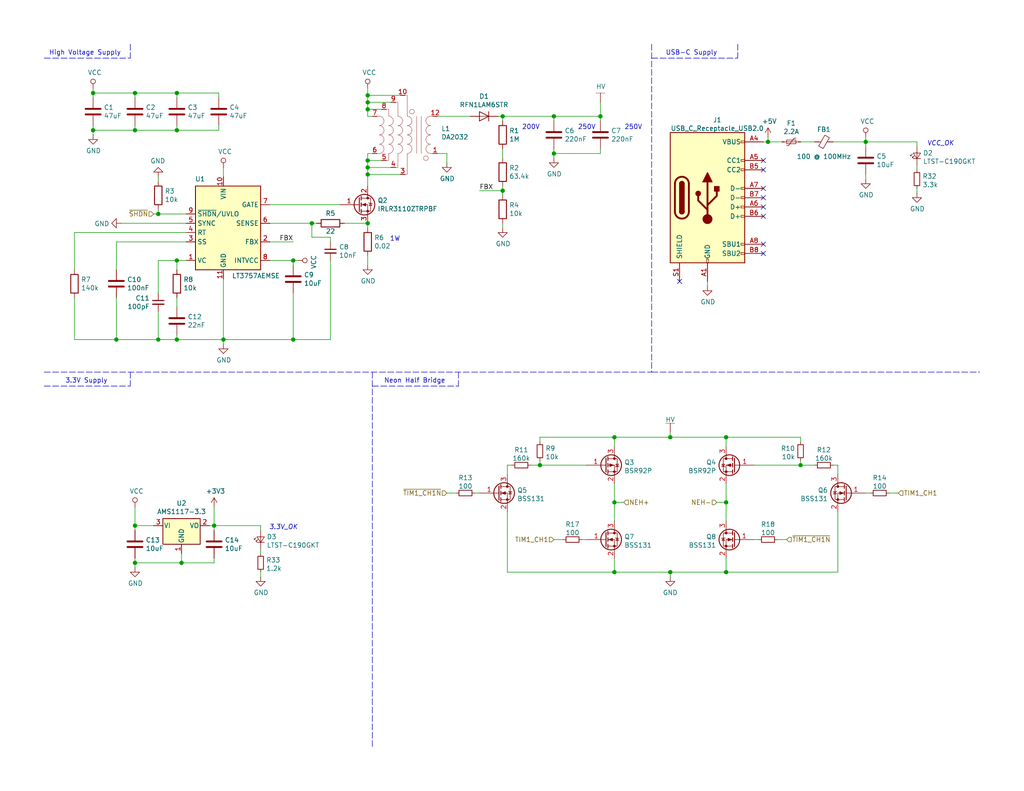
<source format=kicad_sch>
(kicad_sch (version 20210126) (generator eeschema)
  (paper "USLetter")
  (title_block (title "Nixie Clock - Power Supply") (date "2021-03-24") (rev "20210324") (company "Bastian de Byl") (comment 1 "QC: OK") (comment 3 "https://github.com/tonyp7/170v-nixie-power-supply/") (comment 4 "Original HV source from 'tonyp7'"))
  (lib_symbols
    (symbol "Connector:USB_C_Receptacle_USB2.0" (pin_names (offset 1.016))
      (property "Reference" "J" (at -10.16 19.05 0))
      (property "Value" "USB_C_Receptacle_USB2.0" (at 19.05 19.05 0))
      (symbol "USB_C_Receptacle_USB2.0_1_1"
        (pin power_in line (at 0 -22.86 90) (length 5.08) (name "GND") (number "A1"))
        (pin passive line (at 0 -22.86 90) (length 5.08) hide (name "GND") (number "A12"))
        (pin power_in line (at 15.24 15.24 180) (length 5.08) (name "VBUS") (number "A4"))
        (pin bidirectional line (at 15.24 10.16 180) (length 5.08) (name "CC1") (number "A5"))
        (pin bidirectional line (at 15.24 -2.54 180) (length 5.08) (name "D+") (number "A6"))
        (pin bidirectional line (at 15.24 2.54 180) (length 5.08) (name "D-") (number "A7"))
        (pin bidirectional line (at 15.24 -12.7 180) (length 5.08) (name "SBU1") (number "A8"))
        (pin passive line (at 15.24 15.24 180) (length 5.08) hide (name "VBUS") (number "A9"))
        (pin passive line (at 0 -22.86 90) (length 5.08) hide (name "GND") (number "B1"))
        (pin passive line (at 0 -22.86 90) (length 5.08) hide (name "GND") (number "B12"))
        (pin passive line (at 15.24 15.24 180) (length 5.08) hide (name "VBUS") (number "B4"))
        (pin bidirectional line (at 15.24 7.62 180) (length 5.08) (name "CC2") (number "B5"))
        (pin bidirectional line (at 15.24 -5.08 180) (length 5.08) (name "D+") (number "B6"))
        (pin bidirectional line (at 15.24 0 180) (length 5.08) (name "D-") (number "B7"))
        (pin bidirectional line (at 15.24 -15.24 180) (length 5.08) (name "SBU2") (number "B8"))
        (pin passive line (at 15.24 15.24 180) (length 5.08) hide (name "VBUS") (number "B9"))
        (pin passive line (at -7.62 -22.86 90) (length 5.08) (name "SHIELD") (number "S1"))
      )
    )
    (symbol "Device:C" (pin_numbers hide) (pin_names (offset 0.254))
      (property "Reference" "C" (at 0.635 2.54 0))
      (property "Value" "C" (at 0.635 -2.54 0))
      (symbol "C_1_1"
        (pin passive line (at 0 3.81 270) (length 2.794) (name "~") (number "1"))
        (pin passive line (at 0 -3.81 90) (length 2.794) (name "~") (number "2"))
      )
    )
    (symbol "Device:C_Small" (pin_numbers hide) (pin_names (offset 0.254) hide)
      (property "Reference" "C" (at 0.254 1.778 0))
      (property "Value" "C_Small" (at 0.254 -2.032 0))
      (symbol "C_Small_1_1"
        (pin passive line (at 0 2.54 270) (length 2.032) (name "~") (number "1"))
        (pin passive line (at 0 -2.54 90) (length 2.032) (name "~") (number "2"))
      )
    )
    (symbol "Device:D" (pin_numbers hide) (pin_names (offset 1.016) hide)
      (property "Reference" "D" (at 0 2.54 0))
      (property "Value" "D" (at 0 -2.54 0))
      (symbol "D_1_1"
        (pin passive line (at -3.81 0 0) (length 2.54) (name "K") (number "1"))
        (pin passive line (at 3.81 0 180) (length 2.54) (name "A") (number "2"))
      )
    )
    (symbol "Device:Ferrite_Bead_Small" (pin_numbers hide) (pin_names (offset 0))
      (property "Reference" "FB" (at 1.905 1.27 0))
      (property "Value" "Ferrite_Bead_Small" (at 1.905 -1.27 0))
      (symbol "Ferrite_Bead_Small_1_1"
        (pin passive line (at 0 2.54 270) (length 1.27) (name "~") (number "1"))
        (pin passive line (at 0 -2.54 90) (length 1.27) (name "~") (number "2"))
      )
    )
    (symbol "Device:LED_Small" (pin_numbers hide) (pin_names (offset 0.254) hide)
      (property "Reference" "D" (at -1.27 3.175 0))
      (property "Value" "LED_Small" (at -4.445 -2.54 0))
      (symbol "LED_Small_1_1"
        (pin passive line (at -2.54 0 0) (length 1.778) (name "K") (number "1"))
        (pin passive line (at 2.54 0 180) (length 1.778) (name "A") (number "2"))
      )
    )
    (symbol "Device:Polyfuse_Small" (pin_numbers hide) (pin_names (offset 0))
      (property "Reference" "F" (at -1.905 0 90))
      (property "Value" "Polyfuse_Small" (at 1.905 0 90))
      (symbol "Polyfuse_Small_1_1"
        (pin passive line (at 0 2.54 270) (length 0.635) (name "~") (number "1"))
        (pin passive line (at 0 -2.54 90) (length 0.635) (name "~") (number "2"))
      )
    )
    (symbol "Device:Q_NMOS_GDS" (pin_names (offset 0) hide)
      (property "Reference" "Q" (at 5.08 1.27 0))
      (property "Value" "Q_NMOS_GDS" (at 5.08 -1.27 0))
      (symbol "Q_NMOS_GDS_1_1"
        (pin input line (at -5.08 0 0) (length 5.08) (name "G") (number "1"))
        (pin passive line (at 2.54 5.08 270) (length 2.54) (name "D") (number "2"))
        (pin passive line (at 2.54 -5.08 90) (length 2.54) (name "S") (number "3"))
      )
    )
    (symbol "Device:Q_PMOS_GSD" (pin_names (offset 0) hide)
      (property "Reference" "Q" (at 5.08 1.27 0))
      (property "Value" "Q_PMOS_GSD" (at 5.08 -1.27 0))
      (symbol "Q_PMOS_GSD_1_1"
        (pin input line (at -5.08 0 0) (length 5.08) (name "G") (number "1"))
        (pin passive line (at 2.54 -5.08 90) (length 2.54) (name "S") (number "2"))
        (pin passive line (at 2.54 5.08 270) (length 2.54) (name "D") (number "3"))
      )
    )
    (symbol "Device:R" (pin_numbers hide) (pin_names (offset 0))
      (property "Reference" "R" (at 2.032 0 90))
      (property "Value" "R" (at 0 0 90))
      (symbol "R_1_1"
        (pin passive line (at 0 3.81 270) (length 1.27) (name "~") (number "1"))
        (pin passive line (at 0 -3.81 90) (length 1.27) (name "~") (number "2"))
      )
    )
    (symbol "Device:R_Small" (pin_numbers hide) (pin_names (offset 0.254) hide)
      (property "Reference" "R" (at 0.762 0.508 0))
      (property "Value" "R_Small" (at 0.762 -1.016 0))
      (symbol "R_Small_1_1"
        (pin passive line (at 0 2.54 270) (length 0.762) (name "~") (number "1"))
        (pin passive line (at 0 -2.54 90) (length 0.762) (name "~") (number "2"))
      )
    )
    (symbol "Personal:DA2032" (pin_names (offset 1.016))
      (property "Reference" "L" (at 3.81 -8.89 0))
      (property "Value" "DA2032" (at 6.35 8.89 0))
      (symbol "DA2032_1_1"
        (pin input line (at 8.89 -5.08 180) (length 1.27) (name "") (number "1"))
        (pin input line (at -1.27 10.795 0) (length 1.27) (name "") (number "10"))
        (pin input line (at 8.89 5.08 180) (length 1.27) (name "") (number "12"))
        (pin input line (at -1.27 -10.795 0) (length 1.27) (name "") (number "3"))
        (pin input line (at -3.81 -8.89 0) (length 1.27) (name "") (number "4"))
        (pin input line (at -6.35 -6.985 0) (length 1.27) (name "") (number "5"))
        (pin input line (at -8.89 -5.08 0) (length 1.27) (name "") (number "6"))
        (pin input line (at -8.89 5.08 0) (length 1.27) (name "") (number "7"))
        (pin input line (at -6.35 6.985 0) (length 1.27) (name "") (number "8"))
        (pin input line (at -3.81 8.89 0) (length 1.27) (name "") (number "9"))
      )
    )
    (symbol "Personal:HV" (power) (pin_names (offset 0))
      (property "Value" "HV" (at 0 3.556 0))
      (symbol "HV_1_1"
        (pin power_in line (at 0 0 90) (length 0) hide (name "HV") (number "1"))
      )
    )
    (symbol "Regulator_Linear:AMS1117-3.3" (pin_names (offset 0.254))
      (property "Reference" "U" (at -3.81 3.175 0))
      (property "Value" "AMS1117-3.3" (at 0 3.175 0))
      (symbol "AMS1117-3.3_1_1"
        (pin power_in line (at 0 -7.62 90) (length 2.54) (name "GND") (number "1"))
        (pin power_out line (at 7.62 0 180) (length 2.54) (name "VO") (number "2"))
        (pin power_in line (at -7.62 0 0) (length 2.54) (name "VI") (number "3"))
      )
    )
    (symbol "Regulator_Switching:LT3757AEMSE"
      (property "Reference" "U" (at -6.35 11.43 0))
      (property "Value" "LT3757AEMSE" (at 1.27 11.43 0))
      (symbol "LT3757AEMSE_1_1"
        (pin input line (at -10.16 -10.16 0) (length 2.54) (name "VC") (number "1"))
        (pin power_in line (at 0 12.7 270) (length 2.54) (name "VIN") (number "10"))
        (pin power_in line (at 0 -15.24 90) (length 2.54) (name "GND") (number "11"))
        (pin input line (at 12.7 -5.08 180) (length 2.54) (name "FBX") (number "2"))
        (pin input line (at -10.16 -5.08 0) (length 2.54) (name "SS") (number "3"))
        (pin input line (at -10.16 -2.54 0) (length 2.54) (name "RT") (number "4"))
        (pin input line (at -10.16 0 0) (length 2.54) (name "SYNC") (number "5"))
        (pin input line (at 12.7 0 180) (length 2.54) (name "SENSE") (number "6"))
        (pin output line (at 12.7 5.08 180) (length 2.54) (name "GATE") (number "7"))
        (pin output line (at 12.7 -10.16 180) (length 2.54) (name "INTVCC") (number "8"))
        (pin input line (at -10.16 2.54 0) (length 2.54) (name "~SHDN~/UVLO") (number "9"))
      )
    )
    (symbol "Transistor_FET:BSS138" (pin_names (offset 0) hide)
      (property "Reference" "Q" (at 5.08 1.905 0))
      (property "Value" "BSS138" (at 5.08 0 0))
      (symbol "BSS138_1_1"
        (pin input line (at -5.08 0 0) (length 5.334) (name "G") (number "1"))
        (pin passive line (at 2.54 -5.08 90) (length 2.54) (name "S") (number "2"))
        (pin passive line (at 2.54 5.08 270) (length 2.54) (name "D") (number "3"))
      )
    )
    (symbol "power:+3.3V" (power) (pin_names (offset 0))
      (property "Value" "+3.3V" (at 0 3.556 0))
      (symbol "+3.3V_1_1"
        (pin power_in line (at 0 0 90) (length 0) hide (name "+3V3") (number "1"))
      )
    )
    (symbol "power:+5V" (power) (pin_names (offset 0))
      (property "Value" "+5V" (at 0 3.556 0))
      (symbol "+5V_1_1"
        (pin power_in line (at 0 0 90) (length 0) hide (name "+5V") (number "1"))
      )
    )
    (symbol "power:GND" (power) (pin_names (offset 0))
      (property "Value" "GND" (at 0 -3.81 0))
      (symbol "GND_1_1"
        (pin power_in line (at 0 0 270) (length 0) hide (name "GND") (number "1"))
      )
    )
    (symbol "power:VCC" (power) (pin_names (offset 0))
      (property "Value" "VCC" (at 0 3.81 0))
      (symbol "VCC_1_1"
        (pin power_in line (at 0 0 90) (length 0) hide (name "VCC") (number "1"))
      )
    )
  )
  (junction (at 25.4 25.4) (diameter 1.016))
  (junction (at 25.4 35.56) (diameter 1.016))
  (junction (at 31.75 92.71) (diameter 1.016))
  (junction (at 36.83 25.4) (diameter 1.016))
  (junction (at 36.83 35.56) (diameter 1.016))
  (junction (at 36.83 143.51) (diameter 1.016))
  (junction (at 36.83 153.67) (diameter 1.016))
  (junction (at 43.18 58.42) (diameter 1.016))
  (junction (at 43.18 92.71) (diameter 1.016))
  (junction (at 48.26 25.4) (diameter 1.016))
  (junction (at 48.26 35.56) (diameter 1.016))
  (junction (at 48.26 71.12) (diameter 1.016))
  (junction (at 48.26 92.71) (diameter 1.016))
  (junction (at 49.53 153.67) (diameter 1.016))
  (junction (at 58.42 143.51) (diameter 1.016))
  (junction (at 60.96 92.71) (diameter 1.016))
  (junction (at 80.01 71.12) (diameter 1.016))
  (junction (at 80.01 92.71) (diameter 1.016))
  (junction (at 85.09 60.96) (diameter 1.016))
  (junction (at 100.33 26.035) (diameter 1.016))
  (junction (at 100.33 27.94) (diameter 1.016))
  (junction (at 100.33 29.845) (diameter 1.016))
  (junction (at 100.33 43.815) (diameter 1.016))
  (junction (at 100.33 45.72) (diameter 1.016))
  (junction (at 100.33 47.625) (diameter 1.016))
  (junction (at 100.33 60.96) (diameter 1.016))
  (junction (at 137.16 31.75) (diameter 1.016))
  (junction (at 137.16 52.07) (diameter 1.016))
  (junction (at 147.32 127) (diameter 1.016))
  (junction (at 151.13 31.75) (diameter 1.016))
  (junction (at 151.13 41.91) (diameter 1.016))
  (junction (at 163.83 31.75) (diameter 1.016))
  (junction (at 167.64 119.38) (diameter 1.016))
  (junction (at 167.64 137.16) (diameter 1.016))
  (junction (at 167.64 156.21) (diameter 1.016))
  (junction (at 182.88 119.38) (diameter 1.016))
  (junction (at 182.88 156.21) (diameter 1.016))
  (junction (at 198.12 119.38) (diameter 1.016))
  (junction (at 198.12 137.16) (diameter 1.016))
  (junction (at 198.12 156.21) (diameter 1.016))
  (junction (at 209.55 38.735) (diameter 1.016))
  (junction (at 218.44 127) (diameter 1.016))
  (junction (at 236.22 38.735) (diameter 1.016))
  (no_connect (at 185.42 76.835))
  (no_connect (at 208.28 43.815))
  (no_connect (at 208.28 46.355))
  (no_connect (at 208.28 51.435))
  (no_connect (at 208.28 53.975))
  (no_connect (at 208.28 56.515))
  (no_connect (at 208.28 59.055))
  (no_connect (at 208.28 66.675))
  (no_connect (at 208.28 69.215))
  (wire (pts (xy 20.32 63.5) (xy 20.32 73.66)))
  (wire (pts (xy 20.32 63.5) (xy 50.8 63.5)))
  (wire (pts (xy 20.32 81.28) (xy 20.32 92.71)))
  (wire (pts (xy 20.32 92.71) (xy 31.75 92.71)))
  (wire (pts (xy 25.4 24.13) (xy 25.4 25.4)))
  (wire (pts (xy 25.4 25.4) (xy 25.4 26.67)))
  (wire (pts (xy 25.4 25.4) (xy 36.83 25.4)))
  (wire (pts (xy 25.4 34.29) (xy 25.4 35.56)))
  (wire (pts (xy 25.4 35.56) (xy 25.4 36.83)))
  (wire (pts (xy 31.75 66.04) (xy 31.75 73.66)))
  (wire (pts (xy 31.75 66.04) (xy 50.8 66.04)))
  (wire (pts (xy 31.75 81.28) (xy 31.75 92.71)))
  (wire (pts (xy 31.75 92.71) (xy 43.18 92.71)))
  (wire (pts (xy 33.02 60.96) (xy 50.8 60.96)))
  (wire (pts (xy 36.83 25.4) (xy 36.83 26.67)))
  (wire (pts (xy 36.83 25.4) (xy 48.26 25.4)))
  (wire (pts (xy 36.83 34.29) (xy 36.83 35.56)))
  (wire (pts (xy 36.83 35.56) (xy 25.4 35.56)))
  (wire (pts (xy 36.83 138.43) (xy 36.83 143.51)))
  (wire (pts (xy 36.83 143.51) (xy 36.83 144.78)))
  (wire (pts (xy 36.83 143.51) (xy 41.91 143.51)))
  (wire (pts (xy 36.83 152.4) (xy 36.83 153.67)))
  (wire (pts (xy 36.83 153.67) (xy 36.83 154.94)))
  (wire (pts (xy 36.83 153.67) (xy 49.53 153.67)))
  (wire (pts (xy 41.91 58.42) (xy 43.18 58.42)))
  (wire (pts (xy 43.18 48.26) (xy 43.18 49.53)))
  (wire (pts (xy 43.18 57.15) (xy 43.18 58.42)))
  (wire (pts (xy 43.18 58.42) (xy 50.8 58.42)))
  (wire (pts (xy 43.18 71.12) (xy 48.26 71.12)))
  (wire (pts (xy 43.18 80.01) (xy 43.18 71.12)))
  (wire (pts (xy 43.18 85.09) (xy 43.18 92.71)))
  (wire (pts (xy 43.18 92.71) (xy 48.26 92.71)))
  (wire (pts (xy 48.26 25.4) (xy 48.26 26.67)))
  (wire (pts (xy 48.26 25.4) (xy 59.69 25.4)))
  (wire (pts (xy 48.26 34.29) (xy 48.26 35.56)))
  (wire (pts (xy 48.26 35.56) (xy 36.83 35.56)))
  (wire (pts (xy 48.26 71.12) (xy 48.26 73.66)))
  (wire (pts (xy 48.26 81.28) (xy 48.26 83.82)))
  (wire (pts (xy 48.26 91.44) (xy 48.26 92.71)))
  (wire (pts (xy 48.26 92.71) (xy 60.96 92.71)))
  (wire (pts (xy 49.53 151.13) (xy 49.53 153.67)))
  (wire (pts (xy 49.53 153.67) (xy 58.42 153.67)))
  (wire (pts (xy 50.8 71.12) (xy 48.26 71.12)))
  (wire (pts (xy 57.15 143.51) (xy 58.42 143.51)))
  (wire (pts (xy 58.42 138.43) (xy 58.42 143.51)))
  (wire (pts (xy 58.42 143.51) (xy 58.42 144.78)))
  (wire (pts (xy 58.42 143.51) (xy 71.12 143.51)))
  (wire (pts (xy 58.42 152.4) (xy 58.42 153.67)))
  (wire (pts (xy 59.69 25.4) (xy 59.69 26.67)))
  (wire (pts (xy 59.69 34.29) (xy 59.69 35.56)))
  (wire (pts (xy 59.69 35.56) (xy 48.26 35.56)))
  (wire (pts (xy 60.96 45.72) (xy 60.96 48.26)))
  (wire (pts (xy 60.96 76.2) (xy 60.96 92.71)))
  (wire (pts (xy 60.96 92.71) (xy 60.96 93.98)))
  (wire (pts (xy 71.12 143.51) (xy 71.12 144.78)))
  (wire (pts (xy 71.12 149.86) (xy 71.12 151.13)))
  (wire (pts (xy 71.12 156.21) (xy 71.12 157.48)))
  (wire (pts (xy 73.66 55.88) (xy 92.71 55.88)))
  (wire (pts (xy 73.66 60.96) (xy 85.09 60.96)))
  (wire (pts (xy 73.66 66.04) (xy 80.01 66.04)))
  (wire (pts (xy 73.66 71.12) (xy 80.01 71.12)))
  (wire (pts (xy 80.01 71.12) (xy 80.01 72.39)))
  (wire (pts (xy 80.01 71.12) (xy 81.28 71.12)))
  (wire (pts (xy 80.01 80.01) (xy 80.01 92.71)))
  (wire (pts (xy 80.01 92.71) (xy 60.96 92.71)))
  (wire (pts (xy 85.09 60.96) (xy 86.36 60.96)))
  (wire (pts (xy 85.09 64.77) (xy 85.09 60.96)))
  (wire (pts (xy 90.17 64.77) (xy 85.09 64.77)))
  (wire (pts (xy 90.17 66.04) (xy 90.17 64.77)))
  (wire (pts (xy 90.17 71.12) (xy 90.17 92.71)))
  (wire (pts (xy 90.17 92.71) (xy 80.01 92.71)))
  (wire (pts (xy 93.98 60.96) (xy 100.33 60.96)))
  (wire (pts (xy 100.33 24.13) (xy 100.33 26.035)))
  (wire (pts (xy 100.33 26.035) (xy 100.33 27.94)))
  (wire (pts (xy 100.33 27.94) (xy 100.33 29.845)))
  (wire (pts (xy 100.33 27.94) (xy 106.68 27.94)))
  (wire (pts (xy 100.33 29.845) (xy 100.33 31.75)))
  (wire (pts (xy 100.33 29.845) (xy 104.14 29.845)))
  (wire (pts (xy 100.33 31.75) (xy 101.6 31.75)))
  (wire (pts (xy 100.33 41.91) (xy 101.6 41.91)))
  (wire (pts (xy 100.33 43.815) (xy 100.33 41.91)))
  (wire (pts (xy 100.33 43.815) (xy 104.14 43.815)))
  (wire (pts (xy 100.33 45.72) (xy 100.33 43.815)))
  (wire (pts (xy 100.33 45.72) (xy 106.68 45.72)))
  (wire (pts (xy 100.33 47.625) (xy 100.33 45.72)))
  (wire (pts (xy 100.33 47.625) (xy 100.33 50.8)))
  (wire (pts (xy 100.33 60.96) (xy 100.33 62.23)))
  (wire (pts (xy 100.33 69.85) (xy 100.33 72.39)))
  (wire (pts (xy 109.22 26.035) (xy 100.33 26.035)))
  (wire (pts (xy 109.22 47.625) (xy 100.33 47.625)))
  (wire (pts (xy 119.38 31.75) (xy 128.27 31.75)))
  (wire (pts (xy 119.38 41.91) (xy 121.92 41.91)))
  (wire (pts (xy 121.92 41.91) (xy 121.92 44.45)))
  (wire (pts (xy 121.92 134.62) (xy 124.46 134.62)))
  (wire (pts (xy 129.54 134.62) (xy 130.81 134.62)))
  (wire (pts (xy 130.81 52.07) (xy 137.16 52.07)))
  (wire (pts (xy 135.89 31.75) (xy 137.16 31.75)))
  (wire (pts (xy 137.16 31.75) (xy 137.16 33.02)))
  (wire (pts (xy 137.16 31.75) (xy 151.13 31.75)))
  (wire (pts (xy 137.16 40.64) (xy 137.16 43.18)))
  (wire (pts (xy 137.16 50.8) (xy 137.16 52.07)))
  (wire (pts (xy 137.16 52.07) (xy 137.16 53.34)))
  (wire (pts (xy 137.16 60.96) (xy 137.16 62.23)))
  (wire (pts (xy 138.43 127) (xy 138.43 129.54)))
  (wire (pts (xy 138.43 127) (xy 139.7 127)))
  (wire (pts (xy 138.43 139.7) (xy 138.43 156.21)))
  (wire (pts (xy 138.43 156.21) (xy 167.64 156.21)))
  (wire (pts (xy 144.78 127) (xy 147.32 127)))
  (wire (pts (xy 147.32 119.38) (xy 147.32 120.65)))
  (wire (pts (xy 147.32 125.73) (xy 147.32 127)))
  (wire (pts (xy 147.32 127) (xy 160.02 127)))
  (wire (pts (xy 151.13 31.75) (xy 151.13 33.02)))
  (wire (pts (xy 151.13 31.75) (xy 163.83 31.75)))
  (wire (pts (xy 151.13 40.64) (xy 151.13 41.91)))
  (wire (pts (xy 151.13 41.91) (xy 151.13 43.18)))
  (wire (pts (xy 151.13 41.91) (xy 163.83 41.91)))
  (wire (pts (xy 151.13 147.32) (xy 153.67 147.32)))
  (wire (pts (xy 158.75 147.32) (xy 160.02 147.32)))
  (wire (pts (xy 163.83 27.94) (xy 163.83 31.75)))
  (wire (pts (xy 163.83 31.75) (xy 163.83 33.02)))
  (wire (pts (xy 163.83 40.64) (xy 163.83 41.91)))
  (wire (pts (xy 167.64 119.38) (xy 147.32 119.38)))
  (wire (pts (xy 167.64 119.38) (xy 182.88 119.38)))
  (wire (pts (xy 167.64 121.92) (xy 167.64 119.38)))
  (wire (pts (xy 167.64 132.08) (xy 167.64 137.16)))
  (wire (pts (xy 167.64 137.16) (xy 167.64 142.24)))
  (wire (pts (xy 167.64 137.16) (xy 170.18 137.16)))
  (wire (pts (xy 167.64 152.4) (xy 167.64 156.21)))
  (wire (pts (xy 167.64 156.21) (xy 182.88 156.21)))
  (wire (pts (xy 182.88 118.11) (xy 182.88 119.38)))
  (wire (pts (xy 182.88 119.38) (xy 198.12 119.38)))
  (wire (pts (xy 182.88 156.21) (xy 182.88 157.48)))
  (wire (pts (xy 193.04 76.835) (xy 193.04 78.105)))
  (wire (pts (xy 195.58 137.16) (xy 198.12 137.16)))
  (wire (pts (xy 198.12 119.38) (xy 218.44 119.38)))
  (wire (pts (xy 198.12 121.92) (xy 198.12 119.38)))
  (wire (pts (xy 198.12 132.08) (xy 198.12 137.16)))
  (wire (pts (xy 198.12 137.16) (xy 198.12 142.24)))
  (wire (pts (xy 198.12 152.4) (xy 198.12 156.21)))
  (wire (pts (xy 198.12 156.21) (xy 182.88 156.21)))
  (wire (pts (xy 198.12 156.21) (xy 228.6 156.21)))
  (wire (pts (xy 205.74 147.32) (xy 207.01 147.32)))
  (wire (pts (xy 208.28 38.735) (xy 209.55 38.735)))
  (wire (pts (xy 209.55 38.735) (xy 209.55 37.465)))
  (wire (pts (xy 209.55 38.735) (xy 213.36 38.735)))
  (wire (pts (xy 212.09 147.32) (xy 214.63 147.32)))
  (wire (pts (xy 218.44 38.735) (xy 222.25 38.735)))
  (wire (pts (xy 218.44 119.38) (xy 218.44 120.65)))
  (wire (pts (xy 218.44 125.73) (xy 218.44 127)))
  (wire (pts (xy 218.44 127) (xy 205.74 127)))
  (wire (pts (xy 218.44 127) (xy 222.25 127)))
  (wire (pts (xy 227.33 38.735) (xy 236.22 38.735)))
  (wire (pts (xy 228.6 127) (xy 227.33 127)))
  (wire (pts (xy 228.6 127) (xy 228.6 129.54)))
  (wire (pts (xy 228.6 139.7) (xy 228.6 156.21)))
  (wire (pts (xy 236.22 37.465) (xy 236.22 38.735)))
  (wire (pts (xy 236.22 38.735) (xy 236.22 40.005)))
  (wire (pts (xy 236.22 38.735) (xy 250.19 38.735)))
  (wire (pts (xy 236.22 47.625) (xy 236.22 48.895)))
  (wire (pts (xy 236.22 134.62) (xy 237.49 134.62)))
  (wire (pts (xy 242.57 134.62) (xy 245.11 134.62)))
  (wire (pts (xy 250.19 38.735) (xy 250.19 40.005)))
  (wire (pts (xy 250.19 45.085) (xy 250.19 46.355)))
  (wire (pts (xy 250.19 51.435) (xy 250.19 52.705)))
  (polyline (pts (xy 12.065 15.875) (xy 35.56 15.875)) (stroke (width 0) (type dash)))
  (polyline (pts (xy 12.065 101.6) (xy 177.8 101.6)) (stroke (width 0) (type dash)))
  (polyline (pts (xy 12.065 105.41) (xy 35.56 105.41)) (stroke (width 0.152) (type dash)))
  (polyline (pts (xy 35.56 12.065) (xy 35.56 15.875)) (stroke (width 0) (type dash)))
  (polyline (pts (xy 35.56 101.6) (xy 35.56 105.41)) (stroke (width 0.152) (type dash)))
  (polyline (pts (xy 101.6 101.6) (xy 101.6 203.835)) (stroke (width 0) (type dash)))
  (polyline (pts (xy 101.6 105.41) (xy 125.095 105.41)) (stroke (width 0.152) (type dash)))
  (polyline (pts (xy 125.095 101.6) (xy 125.095 105.41)) (stroke (width 0.152) (type dash)))
  (polyline (pts (xy 177.8 12.065) (xy 177.8 101.6)) (stroke (width 0) (type dash)))
  (polyline (pts (xy 177.8 15.875) (xy 201.295 15.875)) (stroke (width 0.152) (type dash)))
  (polyline (pts (xy 177.8 101.6) (xy 267.335 101.6)) (stroke (width 0) (type dash)))
  (polyline (pts (xy 201.295 12.065) (xy 201.295 15.875)) (stroke (width 0.152) (type dash)))
  (text "3.3V Supply" (at 17.78 104.775 0) (effects (font (size 1.27 1.27)) (justify left bottom)))
  (text "High Voltage Supply" (at 33.02 15.24 180) (effects (font (size 1.27 1.27)) (justify right bottom)))
  (text "3.3V_OK" (at 81.28 144.78 180) (effects (font (size 1.27 1.27) italic) (justify right bottom)))
  (text "Neon Half Bridge" (at 104.775 104.775 0) (effects (font (size 1.27 1.27)) (justify left bottom)))
  (text "1W" (at 109.22 66.04 180) (effects (font (size 1.27 1.27)) (justify right bottom)))
  (text "200V" (at 147.32 35.56 180) (effects (font (size 1.27 1.27)) (justify right bottom)))
  (text "250V" (at 162.56 35.56 180) (effects (font (size 1.27 1.27)) (justify right bottom)))
  (text "250V" (at 175.26 35.56 180) (effects (font (size 1.27 1.27)) (justify right bottom)))
  (text "USB-C Supply" (at 181.61 15.24 0) (effects (font (size 1.27 1.27)) (justify left bottom)))
  (text "VCC_OK" (at 260.35 40.005 180) (effects (font (size 1.27 1.27) italic) (justify right bottom)))
  (label "FBX" (at 80.01 66.04 180))
  (label "FBX" (at 130.81 52.07 0))
  (hierarchical_label "~SHDN" (shape input) (at 41.91 58.42 180))
  (hierarchical_label "~TIM1_CH1N" (shape input) (at 121.92 134.62 180))
  (hierarchical_label "TIM1_CH1" (shape input) (at 151.13 147.32 180))
  (hierarchical_label "NEH+" (shape input) (at 170.18 137.16 0))
  (hierarchical_label "NEH-" (shape input) (at 195.58 137.16 180))
  (hierarchical_label "~TIM1_CH1N" (shape input) (at 214.63 147.32 0))
  (hierarchical_label "TIM1_CH1" (shape input) (at 245.11 134.62 0))
  (symbol (lib_id "power:VCC") (at 25.4 24.13 0) (unit 1)
    (property "Reference" "#PWR01" (effects hide))
    (property "Value" "VCC" (at 25.8318 19.8056 0))
  )
  (symbol (lib_id "power:VCC") (at 36.83 138.43 0) (unit 1)
    (property "Reference" "#PWR020" (effects hide))
    (property "Value" "VCC" (at 37.2618 134.1056 0))
  )
  (symbol (lib_id "power:VCC") (at 60.96 45.72 0) (unit 1)
    (property "Reference" "#PWR011" (effects hide))
    (property "Value" "VCC" (at 61.3918 41.3956 0))
  )
  (symbol (lib_id "power:VCC") (at 81.28 71.12 270) (unit 1)
    (property "Reference" "#PWR015" (effects hide))
    (property "Value" "VCC" (at 85.6044 71.5518 0))
  )
  (symbol (lib_id "power:VCC") (at 100.33 24.13 0) (unit 1)
    (property "Reference" "#PWR02" (effects hide))
    (property "Value" "VCC" (at 100.7618 19.8056 0))
  )
  (symbol (lib_id "power:VCC") (at 236.22 37.465 0) (unit 1)
    (property "Reference" "#PWR04" (effects hide))
    (property "Value" "VCC" (at 236.6518 33.1406 0))
  )
  (symbol (lib_id "power:+3.3V") (at 58.42 138.43 0) (unit 1)
    (property "Reference" "#PWR021" (effects hide))
    (property "Value" "+3.3V" (at 58.7883 134.1056 0))
  )
  (symbol (lib_id "power:+5V") (at 209.55 37.465 0) (unit 1)
    (property "Reference" "#PWR03" (effects hide))
    (property "Value" "+5V" (at 209.9183 33.1406 0))
  )
  (symbol (lib_id "power:GND") (at 25.4 36.83 0) (unit 1)
    (property "Reference" "#PWR08" (effects hide))
    (property "Value" "GND" (at 25.5143 41.1544 0))
  )
  (symbol (lib_id "power:GND") (at 33.02 60.96 270) (unit 1)
    (property "Reference" "#PWR013" (effects hide))
    (property "Value" "GND" (at 29.845 61.0743 90) (effects (justify right)))
  )
  (symbol (lib_id "power:GND") (at 36.83 154.94 0) (unit 1)
    (property "Reference" "#PWR022" (effects hide))
    (property "Value" "GND" (at 36.9443 159.2644 0))
  )
  (symbol (lib_id "power:GND") (at 43.18 48.26 180) (unit 1)
    (property "Reference" "#PWR0109" (effects hide))
    (property "Value" "GND" (at 43.0657 43.9356 0))
  )
  (symbol (lib_id "power:GND") (at 60.96 93.98 0) (unit 1)
    (property "Reference" "#PWR018" (effects hide))
    (property "Value" "GND" (at 61.0743 98.3044 0))
  )
  (symbol (lib_id "power:GND") (at 71.12 157.48 0) (unit 1)
    (property "Reference" "#PWR012" (effects hide))
    (property "Value" "GND" (at 71.2343 161.8044 0))
  )
  (symbol (lib_id "power:GND") (at 100.33 72.39 0) (unit 1)
    (property "Reference" "#PWR016" (effects hide))
    (property "Value" "GND" (at 100.4443 76.7144 0))
  )
  (symbol (lib_id "power:GND") (at 121.92 44.45 0) (unit 1)
    (property "Reference" "#PWR010" (effects hide))
    (property "Value" "GND" (at 122.0343 48.7744 0))
  )
  (symbol (lib_id "power:GND") (at 137.16 62.23 0) (unit 1)
    (property "Reference" "#PWR014" (effects hide))
    (property "Value" "GND" (at 137.2743 66.5544 0))
  )
  (symbol (lib_id "power:GND") (at 151.13 43.18 0) (unit 1)
    (property "Reference" "#PWR09" (effects hide))
    (property "Value" "GND" (at 151.2443 47.5044 0))
  )
  (symbol (lib_id "power:GND") (at 182.88 157.48 0) (unit 1)
    (property "Reference" "#PWR023" (effects hide))
    (property "Value" "GND" (at 182.88 161.8044 0))
  )
  (symbol (lib_id "power:GND") (at 193.04 78.105 0) (unit 1)
    (property "Reference" "#PWR017" (effects hide))
    (property "Value" "GND" (at 193.1543 82.4294 0))
  )
  (symbol (lib_id "power:GND") (at 236.22 48.895 0) (unit 1)
    (property "Reference" "#PWR07" (effects hide))
    (property "Value" "GND" (at 236.3343 53.2194 0))
  )
  (symbol (lib_id "power:GND") (at 250.19 52.705 0) (unit 1)
    (property "Reference" "#PWR06" (effects hide))
    (property "Value" "GND" (at 250.3043 57.0294 0))
  )
  (symbol (lib_id "Personal:HV") (at 163.83 27.94 0) (unit 1)
    (property "Reference" "#PWR05" (effects hide))
    (property "Value" "HV" (at 163.9441 23.6152 0))
  )
  (symbol (lib_id "Personal:HV") (at 182.88 118.11 0) (unit 1)
    (property "Reference" "#PWR019" (effects hide))
    (property "Value" "HV" (at 182.88 114.5622 0))
  )
  (symbol (lib_id "Device:R_Small") (at 71.12 153.67 0) (unit 1)
    (property "Reference" "R33" (at 72.6187 152.9091 0) (effects (justify left)))
    (property "Value" "1.2k" (at 72.6187 155.2078 0) (effects (justify left)))
    (property "Footprint" "Resistor_SMD:R_0603_1608Metric_Pad1.05x0.95mm_HandSolder" (effects hide))
  )
  (symbol (lib_id "Device:R_Small") (at 127 134.62 90) (unit 1)
    (property "Reference" "R13" (at 127 130.4502 90))
    (property "Value" "100" (at 127 132.7489 90))
    (property "Footprint" "Resistor_SMD:R_0603_1608Metric_Pad1.05x0.95mm_HandSolder" (effects hide))
  )
  (symbol (lib_id "Device:R_Small") (at 142.24 127 90) (unit 1)
    (property "Reference" "R11" (at 142.24 122.8302 90))
    (property "Value" "160k" (at 142.24 125.1289 90))
    (property "Footprint" "Resistor_SMD:R_0805_2012Metric_Pad1.15x1.40mm_HandSolder" (effects hide))
  )
  (symbol (lib_id "Device:R_Small") (at 147.32 123.19 0) (unit 1)
    (property "Reference" "R9" (at 148.8187 122.4291 0) (effects (justify left)))
    (property "Value" "10k" (at 148.8187 124.7278 0) (effects (justify left)))
    (property "Footprint" "Resistor_SMD:R_0805_2012Metric_Pad1.15x1.40mm_HandSolder" (effects hide))
  )
  (symbol (lib_id "Device:R_Small") (at 156.21 147.32 90) (unit 1)
    (property "Reference" "R17" (at 156.21 143.1502 90))
    (property "Value" "100" (at 156.21 145.4489 90))
    (property "Footprint" "Resistor_SMD:R_0603_1608Metric_Pad1.05x0.95mm_HandSolder" (effects hide))
  )
  (symbol (lib_id "Device:R_Small") (at 209.55 147.32 270) (mirror x) (unit 1)
    (property "Reference" "R18" (at 209.55 143.1502 90))
    (property "Value" "100" (at 209.55 145.4489 90))
    (property "Footprint" "Resistor_SMD:R_0603_1608Metric_Pad1.05x0.95mm_HandSolder" (effects hide))
  )
  (symbol (lib_id "Device:R_Small") (at 218.44 123.19 0) (mirror y) (unit 1)
    (property "Reference" "R10" (at 216.9413 122.4291 0) (effects (justify left)))
    (property "Value" "10k" (at 216.9413 124.7278 0) (effects (justify left)))
    (property "Footprint" "Resistor_SMD:R_0805_2012Metric_Pad1.15x1.40mm_HandSolder" (effects hide))
  )
  (symbol (lib_id "Device:R_Small") (at 224.79 127 270) (mirror x) (unit 1)
    (property "Reference" "R12" (at 224.79 122.8302 90))
    (property "Value" "160k" (at 224.79 125.1289 90))
    (property "Footprint" "Resistor_SMD:R_0805_2012Metric_Pad1.15x1.40mm_HandSolder" (effects hide))
  )
  (symbol (lib_id "Device:R_Small") (at 240.03 134.62 270) (mirror x) (unit 1)
    (property "Reference" "R14" (at 240.03 130.4502 90))
    (property "Value" "100" (at 240.03 132.7489 90))
    (property "Footprint" "Resistor_SMD:R_0603_1608Metric_Pad1.05x0.95mm_HandSolder" (effects hide))
  )
  (symbol (lib_id "Device:R_Small") (at 250.19 48.895 0) (unit 1)
    (property "Reference" "R32" (at 251.6887 48.1341 0) (effects (justify left)))
    (property "Value" "3.3k" (at 251.6887 50.4328 0) (effects (justify left)))
    (property "Footprint" "Resistor_SMD:R_0603_1608Metric_Pad1.05x0.95mm_HandSolder" (effects hide))
  )
  (symbol (lib_id "Device:Polyfuse_Small") (at 215.9 38.735 90) (unit 1)
    (property "Reference" "F1" (at 215.9 33.6358 90))
    (property "Value" "2.2A" (at 215.9 35.935 90))
    (property "Footprint" "Fuse:Fuse_1812_4532Metric_Pad1.30x3.40mm_HandSolder" (effects hide))
    (property "Datasheet" "650-MINISMDC110F-2 " (effects hide))
  )
  (symbol (lib_id "Device:LED_Small") (at 71.12 147.32 90) (unit 1)
    (property "Reference" "D3" (at 72.7711 146.5591 90) (effects (justify right)))
    (property "Value" "LTST-C190GKT" (at 72.7711 148.8578 90) (effects (justify right)))
    (property "Footprint" "LED_SMD:LED_0603_1608Metric_Pad1.05x0.95mm_HandSolder" (effects hide))
  )
  (symbol (lib_id "Device:LED_Small") (at 250.19 42.545 90) (unit 1)
    (property "Reference" "D2" (at 251.8411 41.7841 90) (effects (justify right)))
    (property "Value" "LTST-C190GKT" (at 251.8411 44.0828 90) (effects (justify right)))
    (property "Footprint" "LED_SMD:LED_0603_1608Metric_Pad1.05x0.95mm_HandSolder" (effects hide))
  )
  (symbol (lib_id "Device:R") (at 20.32 77.47 0) (unit 1)
    (property "Reference" "R7" (at 22.0981 76.3206 0) (effects (justify left)))
    (property "Value" "140k" (at 22.098 78.619 0) (effects (justify left)))
    (property "Footprint" "Resistor_SMD:R_0603_1608Metric_Pad1.05x0.95mm_HandSolder" (effects hide))
  )
  (symbol (lib_id "Device:R") (at 43.18 53.34 0) (unit 1)
    (property "Reference" "R3" (at 44.9581 52.1906 0) (effects (justify left)))
    (property "Value" "10k" (at 44.958 54.489 0) (effects (justify left)))
    (property "Footprint" "Resistor_SMD:R_0603_1608Metric_Pad1.05x0.95mm_HandSolder" (effects hide))
  )
  (symbol (lib_id "Device:R") (at 48.26 77.47 0) (unit 1)
    (property "Reference" "R8" (at 50.0381 76.3206 0) (effects (justify left)))
    (property "Value" "10k" (at 50.038 78.619 0) (effects (justify left)))
    (property "Footprint" "Resistor_SMD:R_0603_1608Metric_Pad1.05x0.95mm_HandSolder" (effects hide))
  )
  (symbol (lib_id "Device:R") (at 90.17 60.96 270) (unit 1)
    (property "Reference" "R5" (at 90.17 58.2738 90))
    (property "Value" "22" (at 90.17 63.112 90))
    (property "Footprint" "Resistor_SMD:R_0603_1608Metric_Pad1.05x0.95mm_HandSolder" (effects hide))
  )
  (symbol (lib_id "Device:R") (at 100.33 66.04 0) (unit 1)
    (property "Reference" "R6" (at 102.1081 64.8906 0) (effects (justify left)))
    (property "Value" "0.02" (at 102.108 67.189 0) (effects (justify left)))
    (property "Footprint" "Resistor_SMD:R_1206_3216Metric_Pad1.42x1.75mm_HandSolder" (effects hide))
  )
  (symbol (lib_id "Device:R") (at 137.16 36.83 0) (unit 1)
    (property "Reference" "R1" (at 138.9381 35.6806 0) (effects (justify left)))
    (property "Value" "1M" (at 138.938 37.979 0) (effects (justify left)))
    (property "Footprint" "Resistor_SMD:R_1206_3216Metric_Pad1.42x1.75mm_HandSolder" (effects hide))
  )
  (symbol (lib_id "Device:R") (at 137.16 46.99 0) (unit 1)
    (property "Reference" "R2" (at 138.9381 45.8406 0) (effects (justify left)))
    (property "Value" "63.4k" (at 138.938 48.139 0) (effects (justify left)))
    (property "Footprint" "Resistor_SMD:R_0603_1608Metric_Pad1.05x0.95mm_HandSolder" (effects hide))
  )
  (symbol (lib_id "Device:R") (at 137.16 57.15 0) (unit 1)
    (property "Reference" "R4" (at 138.9381 56.0006 0) (effects (justify left)))
    (property "Value" "10k" (at 138.938 58.299 0) (effects (justify left)))
    (property "Footprint" "Resistor_SMD:R_0603_1608Metric_Pad1.05x0.95mm_HandSolder" (effects hide))
  )
  (symbol (lib_id "Device:C_Small") (at 43.18 82.55 0) (mirror y) (unit 1)
    (property "Reference" "C11" (at 40.8558 81.4006 0) (effects (justify left)))
    (property "Value" "100pF" (at 40.856 83.699 0) (effects (justify left)))
    (property "Footprint" "Capacitor_SMD:C_0603_1608Metric_Pad1.05x0.95mm_HandSolder" (effects hide))
  )
  (symbol (lib_id "Device:C_Small") (at 90.17 68.58 0) (unit 1)
    (property "Reference" "C8" (at 92.4942 67.4306 0) (effects (justify left)))
    (property "Value" "10nF" (at 92.494 69.729 0) (effects (justify left)))
    (property "Footprint" "Capacitor_SMD:C_0603_1608Metric_Pad1.05x0.95mm_HandSolder" (effects hide))
  )
  (symbol (lib_id "Device:Ferrite_Bead_Small") (at 224.79 38.735 270) (unit 1)
    (property "Reference" "FB1" (at 224.79 35.363 90))
    (property "Value" "100 @ 100MHz" (at 224.79 42.742 90))
    (property "Footprint" "Inductor_SMD:L_1206_3216Metric_Pad1.42x1.75mm_HandSolder" (effects hide))
    (property "Datasheet" "710-742792118" (effects hide))
  )
  (symbol (lib_id "Device:D") (at 132.08 31.75 180) (unit 1)
    (property "Reference" "D1" (at 132.08 26.2952 0))
    (property "Value" "RFN1LAM6STR" (at 132.08 28.5939 0))
    (property "Footprint" "Personal:SOD128" (effects hide))
  )
  (symbol (lib_id "Device:C") (at 25.4 30.48 0) (unit 1)
    (property "Reference" "C1" (at 28.3211 29.3306 0) (effects (justify left)))
    (property "Value" "47uF" (at 28.321 31.629 0) (effects (justify left)))
    (property "Footprint" "Capacitor_SMD:C_1206_3216Metric_Pad1.42x1.75mm_HandSolder" (effects hide))
  )
  (symbol (lib_id "Device:C") (at 31.75 77.47 0) (unit 1)
    (property "Reference" "C10" (at 34.6711 76.3206 0) (effects (justify left)))
    (property "Value" "100nF" (at 34.671 78.619 0) (effects (justify left)))
    (property "Footprint" "Capacitor_SMD:C_0603_1608Metric_Pad1.05x0.95mm_HandSolder" (effects hide))
  )
  (symbol (lib_id "Device:C") (at 36.83 30.48 0) (unit 1)
    (property "Reference" "C2" (at 39.7511 29.3306 0) (effects (justify left)))
    (property "Value" "47uF" (at 39.751 31.629 0) (effects (justify left)))
    (property "Footprint" "Capacitor_SMD:C_1206_3216Metric_Pad1.42x1.75mm_HandSolder" (effects hide))
  )
  (symbol (lib_id "Device:C") (at 36.83 148.59 0) (unit 1)
    (property "Reference" "C13" (at 39.7511 147.4406 0) (effects (justify left)))
    (property "Value" "10uF" (at 39.751 149.739 0) (effects (justify left)))
    (property "Footprint" "Capacitor_SMD:C_0805_2012Metric_Pad1.15x1.40mm_HandSolder" (effects hide))
  )
  (symbol (lib_id "Device:C") (at 48.26 30.48 0) (unit 1)
    (property "Reference" "C3" (at 51.1811 29.3306 0) (effects (justify left)))
    (property "Value" "47uF" (at 51.181 31.629 0) (effects (justify left)))
    (property "Footprint" "Capacitor_SMD:C_1206_3216Metric_Pad1.42x1.75mm_HandSolder" (effects hide))
  )
  (symbol (lib_id "Device:C") (at 48.26 87.63 0) (unit 1)
    (property "Reference" "C12" (at 51.1811 86.4806 0) (effects (justify left)))
    (property "Value" "22nF" (at 51.181 88.779 0) (effects (justify left)))
    (property "Footprint" "Capacitor_SMD:C_0603_1608Metric_Pad1.05x0.95mm_HandSolder" (effects hide))
  )
  (symbol (lib_id "Device:C") (at 58.42 148.59 0) (unit 1)
    (property "Reference" "C14" (at 61.3411 147.4406 0) (effects (justify left)))
    (property "Value" "10uF" (at 61.341 149.739 0) (effects (justify left)))
    (property "Footprint" "Capacitor_SMD:C_0805_2012Metric_Pad1.15x1.40mm_HandSolder" (effects hide))
  )
  (symbol (lib_id "Device:C") (at 59.69 30.48 0) (unit 1)
    (property "Reference" "C4" (at 62.6111 29.3306 0) (effects (justify left)))
    (property "Value" "47uF" (at 62.611 31.629 0) (effects (justify left)))
    (property "Footprint" "Capacitor_SMD:C_1206_3216Metric_Pad1.42x1.75mm_HandSolder" (effects hide))
  )
  (symbol (lib_id "Device:C") (at 80.01 76.2 0) (unit 1)
    (property "Reference" "C9" (at 82.9311 75.0506 0) (effects (justify left)))
    (property "Value" "10uF" (at 82.931 77.349 0) (effects (justify left)))
    (property "Footprint" "Capacitor_SMD:C_0805_2012Metric_Pad1.15x1.40mm_HandSolder" (effects hide))
  )
  (symbol (lib_id "Device:C") (at 151.13 36.83 0) (unit 1)
    (property "Reference" "C6" (at 154.0511 35.6806 0) (effects (justify left)))
    (property "Value" "220nF" (at 154.051 37.979 0) (effects (justify left)))
    (property "Footprint" "Capacitor_SMD:C_1206_3216Metric_Pad1.42x1.75mm_HandSolder" (effects hide))
  )
  (symbol (lib_id "Device:C") (at 163.83 36.83 0) (unit 1)
    (property "Reference" "C7" (at 166.7511 35.6806 0) (effects (justify left)))
    (property "Value" "220nF" (at 166.751 37.979 0) (effects (justify left)))
    (property "Footprint" "Capacitor_SMD:C_1206_3216Metric_Pad1.42x1.75mm_HandSolder" (effects hide))
  )
  (symbol (lib_id "Device:C") (at 236.22 43.815 0) (unit 1)
    (property "Reference" "C5" (at 239.1411 42.6656 0) (effects (justify left)))
    (property "Value" "10uF" (at 239.141 44.964 0) (effects (justify left)))
    (property "Footprint" "Capacitor_SMD:C_0805_2012Metric_Pad1.15x1.40mm_HandSolder" (effects hide))
  )
  (symbol (lib_id "Device:Q_NMOS_GDS") (at 97.79 55.88 0) (unit 1)
    (property "Reference" "Q2" (at 103.0225 54.7306 0) (effects (justify left)))
    (property "Value" "IRLR3110ZTRPBF" (at 103.022 57.029 0) (effects (justify left)))
    (property "Footprint" "Package_TO_SOT_SMD:TO-252-2" (effects hide))
  )
  (symbol (lib_id "Transistor_FET:BSS138") (at 135.89 134.62 0) (unit 1)
    (property "Reference" "Q5" (at 141.1225 133.8591 0) (effects (justify left)))
    (property "Value" "BSS131" (at 141.1225 136.1578 0) (effects (justify left)))
    (property "Footprint" "Package_TO_SOT_SMD:SOT-23" (effects hide))
    (property "Datasheet" "https://www.fairchildsemi.com/datasheets/BS/BSS138.pdf" (effects hide))
  )
  (symbol (lib_id "Device:Q_PMOS_GSD") (at 165.1 127 0) (unit 1)
    (property "Reference" "Q3" (at 170.3325 126.2391 0) (effects (justify left)))
    (property "Value" "BSR92P" (at 170.3325 128.5378 0) (effects (justify left)))
    (property "Footprint" "Package_TO_SOT_SMD:SOT-23" (effects hide))
  )
  (symbol (lib_id "Transistor_FET:BSS138") (at 165.1 147.32 0) (unit 1)
    (property "Reference" "Q7" (at 170.3325 146.5591 0) (effects (justify left)))
    (property "Value" "BSS131" (at 170.3325 148.8578 0) (effects (justify left)))
    (property "Footprint" "Package_TO_SOT_SMD:SOT-23" (effects hide))
    (property "Datasheet" "https://www.fairchildsemi.com/datasheets/BS/BSS138.pdf" (effects hide))
  )
  (symbol (lib_id "Device:Q_PMOS_GSD") (at 200.66 127 0) (mirror y) (unit 1)
    (property "Reference" "Q4" (at 195.4275 126.2391 0) (effects (justify left)))
    (property "Value" "BSR92P" (at 195.4275 128.5378 0) (effects (justify left)))
    (property "Footprint" "Package_TO_SOT_SMD:SOT-23" (effects hide))
  )
  (symbol (lib_id "Transistor_FET:BSS138") (at 200.66 147.32 0) (mirror y) (unit 1)
    (property "Reference" "Q8" (at 195.4275 146.5591 0) (effects (justify left)))
    (property "Value" "BSS131" (at 195.4275 148.8578 0) (effects (justify left)))
    (property "Footprint" "Package_TO_SOT_SMD:SOT-23" (effects hide))
    (property "Datasheet" "https://www.fairchildsemi.com/datasheets/BS/BSS138.pdf" (effects hide))
  )
  (symbol (lib_id "Transistor_FET:BSS138") (at 231.14 134.62 0) (mirror y) (unit 1)
    (property "Reference" "Q6" (at 225.9075 133.8591 0) (effects (justify left)))
    (property "Value" "BSS131" (at 225.9075 136.1578 0) (effects (justify left)))
    (property "Footprint" "Package_TO_SOT_SMD:SOT-23" (effects hide))
    (property "Datasheet" "https://www.fairchildsemi.com/datasheets/BS/BSS138.pdf" (effects hide))
  )
  (symbol (lib_id "Regulator_Linear:AMS1117-3.3") (at 49.53 143.51 0) (unit 1)
    (property "Reference" "U2" (at 49.53 137.3948 0))
    (property "Value" "AMS1117-3.3" (at 49.53 139.6935 0))
    (property "Footprint" "Package_TO_SOT_SMD:SOT-223-3_TabPin2" (effects hide))
    (property "Datasheet" "http://www.advanced-monolithic.com/pdf/ds1117.pdf" (effects hide))
  )
  (symbol (lib_id "Personal:DA2032") (at 110.49 36.83 0) (unit 1)
    (property "Reference" "L1" (at 120.3961 35.1218 0) (effects (justify left)))
    (property "Value" "DA2032" (at 120.3961 37.4205 0) (effects (justify left)))
    (property "Footprint" "Personal:DA2032-AL" (effects hide))
  )
  (symbol (lib_id "Regulator_Switching:LT3757AEMSE") (at 60.96 60.96 0) (unit 1)
    (property "Reference" "U1" (at 54.61 48.8758 0))
    (property "Value" "LT3757AEMSE" (at 69.85 75.3045 0))
    (property "Footprint" "Package_SO:MSOP-10-1EP_3x3mm_P0.5mm_EP1.68x1.88mm" (effects hide))
    (property "Datasheet" "https://www.analog.com/media/en/technical-documentation/data-sheets/3757Afe.pdf" (effects hide))
  )
  (symbol (lib_id "Connector:USB_C_Receptacle_USB2.0") (at 193.04 53.975 0) (unit 1)
    (property "Reference" "J1" (at 195.707 32.7618 0))
    (property "Value" "USB_C_Receptacle_USB2.0" (at 195.707 35.0605 0))
    (property "Footprint" "Connector_USB:USB_C_Receptacle_GCT_USB4085" (effects hide))
    (property "Datasheet" "https://www.digikey.com/en/products/detail/gct/USB4085-GF-A/9859662" (effects hide))
  )
)
</source>
